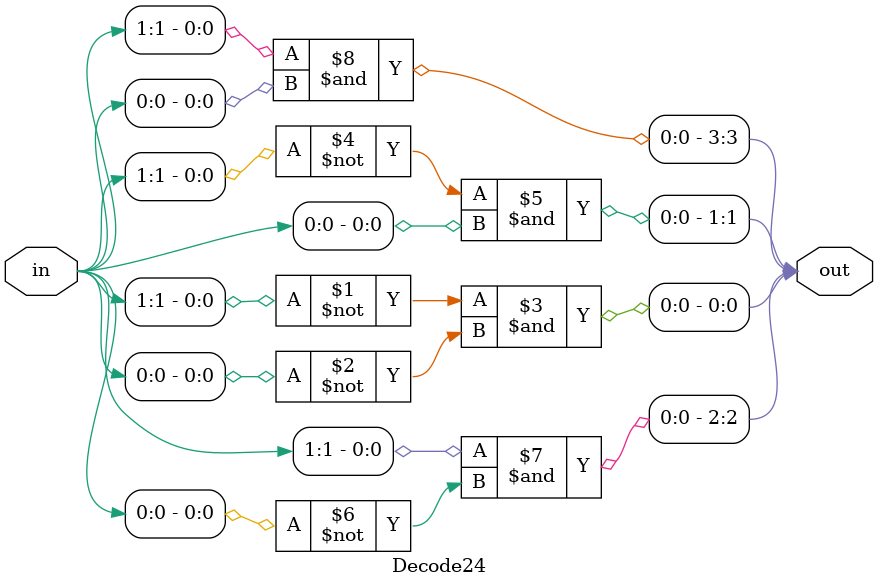
<source format=v>
module Decode24(in,out);
    input  [1:0] in;
    output [3:0] out;

    assign out[0] = ~in[1] & ~in[0];
    assign out[1] = ~in[1] & in[0];
    assign out[2] = in[1] & ~in[0];
    assign out[3] = in[1] & in[0];
endmodule
</source>
